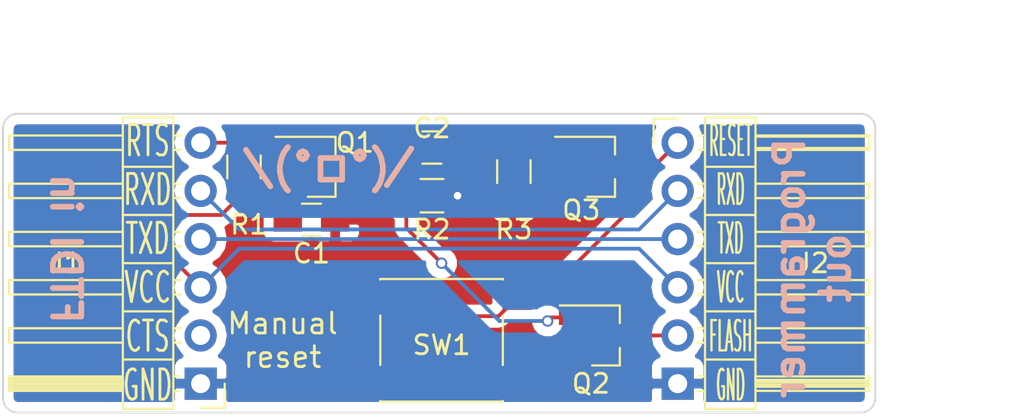
<source format=kicad_pcb>
(kicad_pcb (version 4) (host pcbnew 4.0.7-e2-6376~58~ubuntu14.04.1)

  (general
    (links 25)
    (no_connects 0)
    (area 168.351999 103.073999 214.426001 118.922001)
    (thickness 1.6)
    (drawings 16)
    (tracks 53)
    (zones 0)
    (modules 11)
    (nets 10)
  )

  (page A4)
  (layers
    (0 F.Cu signal)
    (31 B.Cu signal)
    (36 B.SilkS user)
    (37 F.SilkS user)
    (38 B.Mask user)
    (39 F.Mask user)
    (40 Dwgs.User user)
    (41 Cmts.User user)
    (44 Edge.Cuts user)
  )

  (setup
    (last_trace_width 0.2)
    (trace_clearance 0.2)
    (zone_clearance 0.508)
    (zone_45_only no)
    (trace_min 0.2)
    (segment_width 0.2)
    (edge_width 0.1)
    (via_size 0.6)
    (via_drill 0.4)
    (via_min_size 0.4)
    (via_min_drill 0.3)
    (uvia_size 0.3)
    (uvia_drill 0.1)
    (uvias_allowed no)
    (uvia_min_size 0.2)
    (uvia_min_drill 0.1)
    (pcb_text_width 0.3)
    (pcb_text_size 1.5 1.5)
    (mod_edge_width 0.15)
    (mod_text_size 1 1)
    (mod_text_width 0.15)
    (pad_size 1.5 1.5)
    (pad_drill 0.6)
    (pad_to_mask_clearance 0.0508)
    (aux_axis_origin 0 0)
    (visible_elements FFFEFF7F)
    (pcbplotparams
      (layerselection 0x00030_80000001)
      (usegerberextensions false)
      (excludeedgelayer true)
      (linewidth 0.100000)
      (plotframeref false)
      (viasonmask false)
      (mode 1)
      (useauxorigin false)
      (hpglpennumber 1)
      (hpglpenspeed 20)
      (hpglpendiameter 15)
      (hpglpenoverlay 2)
      (psnegative false)
      (psa4output false)
      (plotreference true)
      (plotvalue true)
      (plotinvisibletext false)
      (padsonsilk false)
      (subtractmaskfromsilk false)
      (outputformat 1)
      (mirror false)
      (drillshape 1)
      (scaleselection 1)
      (outputdirectory ""))
  )

  (net 0 "")
  (net 1 VCC)
  (net 2 GND)
  (net 3 "Net-(C2-Pad1)")
  (net 4 "Net-(C2-Pad2)")
  (net 5 "Net-(J1-Pad4)")
  (net 6 "Net-(J1-Pad5)")
  (net 7 "Net-(J1-Pad6)")
  (net 8 RESET)
  (net 9 FLASH)

  (net_class Default "This is the default net class."
    (clearance 0.2)
    (trace_width 0.2)
    (via_dia 0.6)
    (via_drill 0.4)
    (uvia_dia 0.3)
    (uvia_drill 0.1)
    (add_net FLASH)
    (add_net GND)
    (add_net "Net-(C2-Pad1)")
    (add_net "Net-(C2-Pad2)")
    (add_net "Net-(J1-Pad4)")
    (add_net "Net-(J1-Pad5)")
    (add_net "Net-(J1-Pad6)")
    (add_net RESET)
    (add_net VCC)
  )

  (module Pin_Headers:Pin_Header_Angled_1x06_Pitch2.54mm (layer F.Cu) (tedit 5AE8CBA3) (tstamp 5AE77C54)
    (at 203.962 104.648)
    (descr "Through hole angled pin header, 1x06, 2.54mm pitch, 6mm pin length, single row")
    (tags "Through hole angled pin header THT 1x06 2.54mm single row")
    (path /5ADCBD7E)
    (fp_text reference J2 (at 7.112 6.35) (layer F.SilkS)
      (effects (font (size 1 1) (thickness 0.15)))
    )
    (fp_text value "Programmer out" (at 4.385 14.97) (layer F.Fab)
      (effects (font (size 1 1) (thickness 0.15)))
    )
    (fp_line (start 2.135 -1.27) (end 4.04 -1.27) (layer F.Fab) (width 0.1))
    (fp_line (start 4.04 -1.27) (end 4.04 13.97) (layer F.Fab) (width 0.1))
    (fp_line (start 4.04 13.97) (end 1.5 13.97) (layer F.Fab) (width 0.1))
    (fp_line (start 1.5 13.97) (end 1.5 -0.635) (layer F.Fab) (width 0.1))
    (fp_line (start 1.5 -0.635) (end 2.135 -1.27) (layer F.Fab) (width 0.1))
    (fp_line (start -0.32 -0.32) (end 1.5 -0.32) (layer F.Fab) (width 0.1))
    (fp_line (start -0.32 -0.32) (end -0.32 0.32) (layer F.Fab) (width 0.1))
    (fp_line (start -0.32 0.32) (end 1.5 0.32) (layer F.Fab) (width 0.1))
    (fp_line (start 4.04 -0.32) (end 10.04 -0.32) (layer F.Fab) (width 0.1))
    (fp_line (start 10.04 -0.32) (end 10.04 0.32) (layer F.Fab) (width 0.1))
    (fp_line (start 4.04 0.32) (end 10.04 0.32) (layer F.Fab) (width 0.1))
    (fp_line (start -0.32 2.22) (end 1.5 2.22) (layer F.Fab) (width 0.1))
    (fp_line (start -0.32 2.22) (end -0.32 2.86) (layer F.Fab) (width 0.1))
    (fp_line (start -0.32 2.86) (end 1.5 2.86) (layer F.Fab) (width 0.1))
    (fp_line (start 4.04 2.22) (end 10.04 2.22) (layer F.Fab) (width 0.1))
    (fp_line (start 10.04 2.22) (end 10.04 2.86) (layer F.Fab) (width 0.1))
    (fp_line (start 4.04 2.86) (end 10.04 2.86) (layer F.Fab) (width 0.1))
    (fp_line (start -0.32 4.76) (end 1.5 4.76) (layer F.Fab) (width 0.1))
    (fp_line (start -0.32 4.76) (end -0.32 5.4) (layer F.Fab) (width 0.1))
    (fp_line (start -0.32 5.4) (end 1.5 5.4) (layer F.Fab) (width 0.1))
    (fp_line (start 4.04 4.76) (end 10.04 4.76) (layer F.Fab) (width 0.1))
    (fp_line (start 10.04 4.76) (end 10.04 5.4) (layer F.Fab) (width 0.1))
    (fp_line (start 4.04 5.4) (end 10.04 5.4) (layer F.Fab) (width 0.1))
    (fp_line (start -0.32 7.3) (end 1.5 7.3) (layer F.Fab) (width 0.1))
    (fp_line (start -0.32 7.3) (end -0.32 7.94) (layer F.Fab) (width 0.1))
    (fp_line (start -0.32 7.94) (end 1.5 7.94) (layer F.Fab) (width 0.1))
    (fp_line (start 4.04 7.3) (end 10.04 7.3) (layer F.Fab) (width 0.1))
    (fp_line (start 10.04 7.3) (end 10.04 7.94) (layer F.Fab) (width 0.1))
    (fp_line (start 4.04 7.94) (end 10.04 7.94) (layer F.Fab) (width 0.1))
    (fp_line (start -0.32 9.84) (end 1.5 9.84) (layer F.Fab) (width 0.1))
    (fp_line (start -0.32 9.84) (end -0.32 10.48) (layer F.Fab) (width 0.1))
    (fp_line (start -0.32 10.48) (end 1.5 10.48) (layer F.Fab) (width 0.1))
    (fp_line (start 4.04 9.84) (end 10.04 9.84) (layer F.Fab) (width 0.1))
    (fp_line (start 10.04 9.84) (end 10.04 10.48) (layer F.Fab) (width 0.1))
    (fp_line (start 4.04 10.48) (end 10.04 10.48) (layer F.Fab) (width 0.1))
    (fp_line (start -0.32 12.38) (end 1.5 12.38) (layer F.Fab) (width 0.1))
    (fp_line (start -0.32 12.38) (end -0.32 13.02) (layer F.Fab) (width 0.1))
    (fp_line (start -0.32 13.02) (end 1.5 13.02) (layer F.Fab) (width 0.1))
    (fp_line (start 4.04 12.38) (end 10.04 12.38) (layer F.Fab) (width 0.1))
    (fp_line (start 10.04 12.38) (end 10.04 13.02) (layer F.Fab) (width 0.1))
    (fp_line (start 4.04 13.02) (end 10.04 13.02) (layer F.Fab) (width 0.1))
    (fp_line (start 1.44 -1.33) (end 1.44 14.03) (layer F.SilkS) (width 0.12))
    (fp_line (start 1.44 14.03) (end 4.1 14.03) (layer F.SilkS) (width 0.12))
    (fp_line (start 4.1 14.03) (end 4.1 -1.33) (layer F.SilkS) (width 0.12))
    (fp_line (start 4.1 -1.33) (end 1.44 -1.33) (layer F.SilkS) (width 0.12))
    (fp_line (start 4.1 -0.38) (end 10.1 -0.38) (layer F.SilkS) (width 0.12))
    (fp_line (start 10.1 -0.38) (end 10.1 0.38) (layer F.SilkS) (width 0.12))
    (fp_line (start 10.1 0.38) (end 4.1 0.38) (layer F.SilkS) (width 0.12))
    (fp_line (start 4.1 -0.32) (end 10.1 -0.32) (layer F.SilkS) (width 0.12))
    (fp_line (start 4.1 12.5) (end 10.1 12.5) (layer F.SilkS) (width 0.12))
    (fp_line (start 4.1 12.62) (end 10.1 12.62) (layer F.SilkS) (width 0.12))
    (fp_line (start 4.1 12.74) (end 10.1 12.74) (layer F.SilkS) (width 0.12))
    (fp_line (start 4.1 12.86) (end 10.1 12.86) (layer F.SilkS) (width 0.12))
    (fp_line (start 4.1 0.28) (end 10.1 0.28) (layer F.SilkS) (width 0.12))
    (fp_line (start 1.11 -0.38) (end 1.44 -0.38) (layer F.SilkS) (width 0.12))
    (fp_line (start 1.11 0.38) (end 1.44 0.38) (layer F.SilkS) (width 0.12))
    (fp_line (start 1.44 1.27) (end 4.1 1.27) (layer F.SilkS) (width 0.12))
    (fp_line (start 4.1 2.16) (end 10.1 2.16) (layer F.SilkS) (width 0.12))
    (fp_line (start 10.1 2.16) (end 10.1 2.92) (layer F.SilkS) (width 0.12))
    (fp_line (start 10.1 2.92) (end 4.1 2.92) (layer F.SilkS) (width 0.12))
    (fp_line (start 1.042929 2.16) (end 1.44 2.16) (layer F.SilkS) (width 0.12))
    (fp_line (start 1.042929 2.92) (end 1.44 2.92) (layer F.SilkS) (width 0.12))
    (fp_line (start 1.44 3.81) (end 4.1 3.81) (layer F.SilkS) (width 0.12))
    (fp_line (start 4.1 4.7) (end 10.1 4.7) (layer F.SilkS) (width 0.12))
    (fp_line (start 10.1 4.7) (end 10.1 5.46) (layer F.SilkS) (width 0.12))
    (fp_line (start 10.1 5.46) (end 4.1 5.46) (layer F.SilkS) (width 0.12))
    (fp_line (start 1.042929 4.7) (end 1.44 4.7) (layer F.SilkS) (width 0.12))
    (fp_line (start 1.042929 5.46) (end 1.44 5.46) (layer F.SilkS) (width 0.12))
    (fp_line (start 1.44 6.35) (end 4.1 6.35) (layer F.SilkS) (width 0.12))
    (fp_line (start 4.1 7.24) (end 10.1 7.24) (layer F.SilkS) (width 0.12))
    (fp_line (start 10.1 7.24) (end 10.1 8) (layer F.SilkS) (width 0.12))
    (fp_line (start 10.1 8) (end 4.1 8) (layer F.SilkS) (width 0.12))
    (fp_line (start 1.042929 7.24) (end 1.44 7.24) (layer F.SilkS) (width 0.12))
    (fp_line (start 1.042929 8) (end 1.44 8) (layer F.SilkS) (width 0.12))
    (fp_line (start 1.44 8.89) (end 4.1 8.89) (layer F.SilkS) (width 0.12))
    (fp_line (start 4.1 9.78) (end 10.1 9.78) (layer F.SilkS) (width 0.12))
    (fp_line (start 10.1 9.78) (end 10.1 10.54) (layer F.SilkS) (width 0.12))
    (fp_line (start 10.1 10.54) (end 4.1 10.54) (layer F.SilkS) (width 0.12))
    (fp_line (start 1.042929 9.78) (end 1.44 9.78) (layer F.SilkS) (width 0.12))
    (fp_line (start 1.042929 10.54) (end 1.44 10.54) (layer F.SilkS) (width 0.12))
    (fp_line (start 1.44 11.43) (end 4.1 11.43) (layer F.SilkS) (width 0.12))
    (fp_line (start 4.1 12.32) (end 10.1 12.32) (layer F.SilkS) (width 0.12))
    (fp_line (start 10.1 12.32) (end 10.1 13.08) (layer F.SilkS) (width 0.12))
    (fp_line (start 10.1 13.08) (end 4.1 13.08) (layer F.SilkS) (width 0.12))
    (fp_line (start 1.042929 12.32) (end 1.44 12.32) (layer F.SilkS) (width 0.12))
    (fp_line (start 1.042929 13.08) (end 1.44 13.08) (layer F.SilkS) (width 0.12))
    (fp_line (start -1.27 0) (end -1.27 -1.27) (layer F.SilkS) (width 0.12))
    (fp_line (start -1.27 -1.27) (end 0 -1.27) (layer F.SilkS) (width 0.12))
    (fp_line (start -1.8 -1.8) (end -1.8 14.5) (layer F.CrtYd) (width 0.05))
    (fp_line (start -1.8 14.5) (end 10.55 14.5) (layer F.CrtYd) (width 0.05))
    (fp_line (start 10.55 14.5) (end 10.55 -1.8) (layer F.CrtYd) (width 0.05))
    (fp_line (start 10.55 -1.8) (end -1.8 -1.8) (layer F.CrtYd) (width 0.05))
    (fp_text user %R (at 2.77 6.35 90) (layer F.Fab)
      (effects (font (size 1 1) (thickness 0.15)))
    )
    (pad 1 thru_hole circle (at 0 0) (size 1.7 1.7) (drill 1) (layers *.Cu *.Mask)
      (net 8 RESET))
    (pad 2 thru_hole oval (at 0 2.54) (size 1.7 1.7) (drill 1) (layers *.Cu *.Mask)
      (net 6 "Net-(J1-Pad5)"))
    (pad 3 thru_hole oval (at 0 5.08) (size 1.7 1.7) (drill 1) (layers *.Cu *.Mask)
      (net 5 "Net-(J1-Pad4)"))
    (pad 4 thru_hole oval (at 0 7.62) (size 1.7 1.7) (drill 1) (layers *.Cu *.Mask)
      (net 1 VCC))
    (pad 5 thru_hole oval (at 0 10.16) (size 1.7 1.7) (drill 1) (layers *.Cu *.Mask)
      (net 9 FLASH))
    (pad 6 thru_hole rect (at 0 12.7) (size 1.7 1.7) (drill 1) (layers *.Cu *.Mask)
      (net 2 GND))
    (model ${KISYS3DMOD}/Pin_Headers.3dshapes/Pin_Header_Angled_1x06_Pitch2.54mm.wrl
      (at (xyz 0 0 0))
      (scale (xyz 1 1 1))
      (rotate (xyz 0 0 0))
    )
  )

  (module Capacitors_SMD:C_0805_HandSoldering (layer F.Cu) (tedit 5AE8C89A) (tstamp 5AE77C3A)
    (at 184.658 108.712)
    (descr "Capacitor SMD 0805, hand soldering")
    (tags "capacitor 0805")
    (path /5ADCB495)
    (attr smd)
    (fp_text reference C1 (at 0 1.778) (layer F.SilkS)
      (effects (font (size 1 1) (thickness 0.15)))
    )
    (fp_text value 100nF (at 0 1.75) (layer F.Fab)
      (effects (font (size 1 1) (thickness 0.15)))
    )
    (fp_text user %R (at 0 -1.75) (layer F.Fab)
      (effects (font (size 1 1) (thickness 0.15)))
    )
    (fp_line (start -1 0.62) (end -1 -0.62) (layer F.Fab) (width 0.1))
    (fp_line (start 1 0.62) (end -1 0.62) (layer F.Fab) (width 0.1))
    (fp_line (start 1 -0.62) (end 1 0.62) (layer F.Fab) (width 0.1))
    (fp_line (start -1 -0.62) (end 1 -0.62) (layer F.Fab) (width 0.1))
    (fp_line (start 0.5 -0.85) (end -0.5 -0.85) (layer F.SilkS) (width 0.12))
    (fp_line (start -0.5 0.85) (end 0.5 0.85) (layer F.SilkS) (width 0.12))
    (fp_line (start -2.25 -0.88) (end 2.25 -0.88) (layer F.CrtYd) (width 0.05))
    (fp_line (start -2.25 -0.88) (end -2.25 0.87) (layer F.CrtYd) (width 0.05))
    (fp_line (start 2.25 0.87) (end 2.25 -0.88) (layer F.CrtYd) (width 0.05))
    (fp_line (start 2.25 0.87) (end -2.25 0.87) (layer F.CrtYd) (width 0.05))
    (pad 1 smd rect (at -1.25 0) (size 1.5 1.25) (layers F.Cu F.Mask)
      (net 1 VCC))
    (pad 2 smd rect (at 1.25 0) (size 1.5 1.25) (layers F.Cu F.Mask)
      (net 2 GND))
    (model Capacitors_SMD.3dshapes/C_0805.wrl
      (at (xyz 0 0 0))
      (scale (xyz 1 1 1))
      (rotate (xyz 0 0 0))
    )
  )

  (module Capacitors_SMD:C_0805_HandSoldering (layer F.Cu) (tedit 5AE8C8BC) (tstamp 5AE77C40)
    (at 191.008 104.902 180)
    (descr "Capacitor SMD 0805, hand soldering")
    (tags "capacitor 0805")
    (path /5ADCB6DA)
    (attr smd)
    (fp_text reference C2 (at 0 1.016 180) (layer F.SilkS)
      (effects (font (size 1 1) (thickness 0.15)))
    )
    (fp_text value 100nF (at 0 1.75 180) (layer F.Fab)
      (effects (font (size 1 1) (thickness 0.15)))
    )
    (fp_text user %R (at 0 -1.75 180) (layer F.Fab)
      (effects (font (size 1 1) (thickness 0.15)))
    )
    (fp_line (start -1 0.62) (end -1 -0.62) (layer F.Fab) (width 0.1))
    (fp_line (start 1 0.62) (end -1 0.62) (layer F.Fab) (width 0.1))
    (fp_line (start 1 -0.62) (end 1 0.62) (layer F.Fab) (width 0.1))
    (fp_line (start -1 -0.62) (end 1 -0.62) (layer F.Fab) (width 0.1))
    (fp_line (start 0.5 -0.85) (end -0.5 -0.85) (layer F.SilkS) (width 0.12))
    (fp_line (start -0.5 0.85) (end 0.5 0.85) (layer F.SilkS) (width 0.12))
    (fp_line (start -2.25 -0.88) (end 2.25 -0.88) (layer F.CrtYd) (width 0.05))
    (fp_line (start -2.25 -0.88) (end -2.25 0.87) (layer F.CrtYd) (width 0.05))
    (fp_line (start 2.25 0.87) (end 2.25 -0.88) (layer F.CrtYd) (width 0.05))
    (fp_line (start 2.25 0.87) (end -2.25 0.87) (layer F.CrtYd) (width 0.05))
    (pad 1 smd rect (at -1.25 0 180) (size 1.5 1.25) (layers F.Cu F.Mask)
      (net 3 "Net-(C2-Pad1)"))
    (pad 2 smd rect (at 1.25 0 180) (size 1.5 1.25) (layers F.Cu F.Mask)
      (net 4 "Net-(C2-Pad2)"))
    (model Capacitors_SMD.3dshapes/C_0805.wrl
      (at (xyz 0 0 0))
      (scale (xyz 1 1 1))
      (rotate (xyz 0 0 0))
    )
  )

  (module Pin_Headers:Pin_Header_Angled_1x06_Pitch2.54mm (layer F.Cu) (tedit 5AE8C82C) (tstamp 5AE77C4A)
    (at 178.816 117.348 180)
    (descr "Through hole angled pin header, 1x06, 2.54mm pitch, 6mm pin length, single row")
    (tags "Through hole angled pin header THT 1x06 2.54mm single row")
    (path /5ADCBB2C)
    (fp_text reference J1 (at 7.112 6.35 180) (layer F.SilkS)
      (effects (font (size 1 1) (thickness 0.15)))
    )
    (fp_text value "FTDI in" (at 4.385 14.97 180) (layer F.Fab)
      (effects (font (size 1 1) (thickness 0.15)))
    )
    (fp_line (start 2.135 -1.27) (end 4.04 -1.27) (layer F.Fab) (width 0.1))
    (fp_line (start 4.04 -1.27) (end 4.04 13.97) (layer F.Fab) (width 0.1))
    (fp_line (start 4.04 13.97) (end 1.5 13.97) (layer F.Fab) (width 0.1))
    (fp_line (start 1.5 13.97) (end 1.5 -0.635) (layer F.Fab) (width 0.1))
    (fp_line (start 1.5 -0.635) (end 2.135 -1.27) (layer F.Fab) (width 0.1))
    (fp_line (start -0.32 -0.32) (end 1.5 -0.32) (layer F.Fab) (width 0.1))
    (fp_line (start -0.32 -0.32) (end -0.32 0.32) (layer F.Fab) (width 0.1))
    (fp_line (start -0.32 0.32) (end 1.5 0.32) (layer F.Fab) (width 0.1))
    (fp_line (start 4.04 -0.32) (end 10.04 -0.32) (layer F.Fab) (width 0.1))
    (fp_line (start 10.04 -0.32) (end 10.04 0.32) (layer F.Fab) (width 0.1))
    (fp_line (start 4.04 0.32) (end 10.04 0.32) (layer F.Fab) (width 0.1))
    (fp_line (start -0.32 2.22) (end 1.5 2.22) (layer F.Fab) (width 0.1))
    (fp_line (start -0.32 2.22) (end -0.32 2.86) (layer F.Fab) (width 0.1))
    (fp_line (start -0.32 2.86) (end 1.5 2.86) (layer F.Fab) (width 0.1))
    (fp_line (start 4.04 2.22) (end 10.04 2.22) (layer F.Fab) (width 0.1))
    (fp_line (start 10.04 2.22) (end 10.04 2.86) (layer F.Fab) (width 0.1))
    (fp_line (start 4.04 2.86) (end 10.04 2.86) (layer F.Fab) (width 0.1))
    (fp_line (start -0.32 4.76) (end 1.5 4.76) (layer F.Fab) (width 0.1))
    (fp_line (start -0.32 4.76) (end -0.32 5.4) (layer F.Fab) (width 0.1))
    (fp_line (start -0.32 5.4) (end 1.5 5.4) (layer F.Fab) (width 0.1))
    (fp_line (start 4.04 4.76) (end 10.04 4.76) (layer F.Fab) (width 0.1))
    (fp_line (start 10.04 4.76) (end 10.04 5.4) (layer F.Fab) (width 0.1))
    (fp_line (start 4.04 5.4) (end 10.04 5.4) (layer F.Fab) (width 0.1))
    (fp_line (start -0.32 7.3) (end 1.5 7.3) (layer F.Fab) (width 0.1))
    (fp_line (start -0.32 7.3) (end -0.32 7.94) (layer F.Fab) (width 0.1))
    (fp_line (start -0.32 7.94) (end 1.5 7.94) (layer F.Fab) (width 0.1))
    (fp_line (start 4.04 7.3) (end 10.04 7.3) (layer F.Fab) (width 0.1))
    (fp_line (start 10.04 7.3) (end 10.04 7.94) (layer F.Fab) (width 0.1))
    (fp_line (start 4.04 7.94) (end 10.04 7.94) (layer F.Fab) (width 0.1))
    (fp_line (start -0.32 9.84) (end 1.5 9.84) (layer F.Fab) (width 0.1))
    (fp_line (start -0.32 9.84) (end -0.32 10.48) (layer F.Fab) (width 0.1))
    (fp_line (start -0.32 10.48) (end 1.5 10.48) (layer F.Fab) (width 0.1))
    (fp_line (start 4.04 9.84) (end 10.04 9.84) (layer F.Fab) (width 0.1))
    (fp_line (start 10.04 9.84) (end 10.04 10.48) (layer F.Fab) (width 0.1))
    (fp_line (start 4.04 10.48) (end 10.04 10.48) (layer F.Fab) (width 0.1))
    (fp_line (start -0.32 12.38) (end 1.5 12.38) (layer F.Fab) (width 0.1))
    (fp_line (start -0.32 12.38) (end -0.32 13.02) (layer F.Fab) (width 0.1))
    (fp_line (start -0.32 13.02) (end 1.5 13.02) (layer F.Fab) (width 0.1))
    (fp_line (start 4.04 12.38) (end 10.04 12.38) (layer F.Fab) (width 0.1))
    (fp_line (start 10.04 12.38) (end 10.04 13.02) (layer F.Fab) (width 0.1))
    (fp_line (start 4.04 13.02) (end 10.04 13.02) (layer F.Fab) (width 0.1))
    (fp_line (start 1.44 -1.33) (end 1.44 14.03) (layer F.SilkS) (width 0.12))
    (fp_line (start 1.44 14.03) (end 4.1 14.03) (layer F.SilkS) (width 0.12))
    (fp_line (start 4.1 14.03) (end 4.1 -1.33) (layer F.SilkS) (width 0.12))
    (fp_line (start 4.1 -1.33) (end 1.44 -1.33) (layer F.SilkS) (width 0.12))
    (fp_line (start 4.1 -0.38) (end 10.1 -0.38) (layer F.SilkS) (width 0.12))
    (fp_line (start 10.1 -0.38) (end 10.1 0.38) (layer F.SilkS) (width 0.12))
    (fp_line (start 10.1 0.38) (end 4.1 0.38) (layer F.SilkS) (width 0.12))
    (fp_line (start 4.1 -0.32) (end 10.1 -0.32) (layer F.SilkS) (width 0.12))
    (fp_line (start 4.1 -0.2) (end 10.1 -0.2) (layer F.SilkS) (width 0.12))
    (fp_line (start 4.1 -0.08) (end 10.1 -0.08) (layer F.SilkS) (width 0.12))
    (fp_line (start 4.1 0.04) (end 10.1 0.04) (layer F.SilkS) (width 0.12))
    (fp_line (start 4.1 0.16) (end 10.1 0.16) (layer F.SilkS) (width 0.12))
    (fp_line (start 4.1 0.28) (end 10.1 0.28) (layer F.SilkS) (width 0.12))
    (fp_line (start 1.11 -0.38) (end 1.44 -0.38) (layer F.SilkS) (width 0.12))
    (fp_line (start 1.11 0.38) (end 1.44 0.38) (layer F.SilkS) (width 0.12))
    (fp_line (start 1.44 1.27) (end 4.1 1.27) (layer F.SilkS) (width 0.12))
    (fp_line (start 4.1 2.16) (end 10.1 2.16) (layer F.SilkS) (width 0.12))
    (fp_line (start 10.1 2.16) (end 10.1 2.92) (layer F.SilkS) (width 0.12))
    (fp_line (start 10.1 2.92) (end 4.1 2.92) (layer F.SilkS) (width 0.12))
    (fp_line (start 1.042929 2.16) (end 1.44 2.16) (layer F.SilkS) (width 0.12))
    (fp_line (start 1.042929 2.92) (end 1.44 2.92) (layer F.SilkS) (width 0.12))
    (fp_line (start 1.44 3.81) (end 4.1 3.81) (layer F.SilkS) (width 0.12))
    (fp_line (start 4.1 4.7) (end 10.1 4.7) (layer F.SilkS) (width 0.12))
    (fp_line (start 10.1 4.7) (end 10.1 5.46) (layer F.SilkS) (width 0.12))
    (fp_line (start 10.1 5.46) (end 4.1 5.46) (layer F.SilkS) (width 0.12))
    (fp_line (start 1.042929 4.7) (end 1.44 4.7) (layer F.SilkS) (width 0.12))
    (fp_line (start 1.042929 5.46) (end 1.44 5.46) (layer F.SilkS) (width 0.12))
    (fp_line (start 1.44 6.35) (end 4.1 6.35) (layer F.SilkS) (width 0.12))
    (fp_line (start 4.1 7.24) (end 10.1 7.24) (layer F.SilkS) (width 0.12))
    (fp_line (start 10.1 7.24) (end 10.1 8) (layer F.SilkS) (width 0.12))
    (fp_line (start 10.1 8) (end 4.1 8) (layer F.SilkS) (width 0.12))
    (fp_line (start 1.042929 7.24) (end 1.44 7.24) (layer F.SilkS) (width 0.12))
    (fp_line (start 1.042929 8) (end 1.44 8) (layer F.SilkS) (width 0.12))
    (fp_line (start 1.44 8.89) (end 4.1 8.89) (layer F.SilkS) (width 0.12))
    (fp_line (start 4.1 9.78) (end 10.1 9.78) (layer F.SilkS) (width 0.12))
    (fp_line (start 10.1 9.78) (end 10.1 10.54) (layer F.SilkS) (width 0.12))
    (fp_line (start 10.1 10.54) (end 4.1 10.54) (layer F.SilkS) (width 0.12))
    (fp_line (start 1.042929 9.78) (end 1.44 9.78) (layer F.SilkS) (width 0.12))
    (fp_line (start 1.042929 10.54) (end 1.44 10.54) (layer F.SilkS) (width 0.12))
    (fp_line (start 1.44 11.43) (end 4.1 11.43) (layer F.SilkS) (width 0.12))
    (fp_line (start 4.1 12.32) (end 10.1 12.32) (layer F.SilkS) (width 0.12))
    (fp_line (start 10.1 12.32) (end 10.1 13.08) (layer F.SilkS) (width 0.12))
    (fp_line (start 10.1 13.08) (end 4.1 13.08) (layer F.SilkS) (width 0.12))
    (fp_line (start 1.042929 12.32) (end 1.44 12.32) (layer F.SilkS) (width 0.12))
    (fp_line (start 1.042929 13.08) (end 1.44 13.08) (layer F.SilkS) (width 0.12))
    (fp_line (start -1.27 0) (end -1.27 -1.27) (layer F.SilkS) (width 0.12))
    (fp_line (start -1.27 -1.27) (end 0 -1.27) (layer F.SilkS) (width 0.12))
    (fp_line (start -1.8 -1.8) (end -1.8 14.5) (layer F.CrtYd) (width 0.05))
    (fp_line (start -1.8 14.5) (end 10.55 14.5) (layer F.CrtYd) (width 0.05))
    (fp_line (start 10.55 14.5) (end 10.55 -1.8) (layer F.CrtYd) (width 0.05))
    (fp_line (start 10.55 -1.8) (end -1.8 -1.8) (layer F.CrtYd) (width 0.05))
    (fp_text user %R (at 2.77 6.35 270) (layer F.Fab)
      (effects (font (size 1 1) (thickness 0.15)))
    )
    (pad 1 thru_hole rect (at 0 0 180) (size 1.7 1.7) (drill 1) (layers *.Cu *.Mask)
      (net 2 GND))
    (pad 2 thru_hole oval (at 0 2.54 180) (size 1.7 1.7) (drill 1) (layers *.Cu *.Mask))
    (pad 3 thru_hole oval (at 0 5.08 180) (size 1.7 1.7) (drill 1) (layers *.Cu *.Mask)
      (net 1 VCC))
    (pad 4 thru_hole oval (at 0 7.62 180) (size 1.7 1.7) (drill 1) (layers *.Cu *.Mask)
      (net 5 "Net-(J1-Pad4)"))
    (pad 5 thru_hole oval (at 0 10.16 180) (size 1.7 1.7) (drill 1) (layers *.Cu *.Mask)
      (net 6 "Net-(J1-Pad5)"))
    (pad 6 thru_hole oval (at 0 12.7 180) (size 1.7 1.7) (drill 1) (layers *.Cu *.Mask)
      (net 7 "Net-(J1-Pad6)"))
    (model ${KISYS3DMOD}/Pin_Headers.3dshapes/Pin_Header_Angled_1x06_Pitch2.54mm.wrl
      (at (xyz 0 0 0))
      (scale (xyz 1 1 1))
      (rotate (xyz 0 0 0))
    )
  )

  (module TO_SOT_Packages_SMD:SOT-23_Handsoldering (layer F.Cu) (tedit 5AE8C8B3) (tstamp 5AE77C5B)
    (at 185.166 105.918)
    (descr "SOT-23, Handsoldering")
    (tags SOT-23)
    (path /5ADCB32A)
    (attr smd)
    (fp_text reference Q1 (at 1.778 -1.27) (layer F.SilkS)
      (effects (font (size 1 1) (thickness 0.15)))
    )
    (fp_text value BSS84 (at 0 2.5) (layer F.Fab)
      (effects (font (size 1 1) (thickness 0.15)))
    )
    (fp_text user %R (at 0 0 90) (layer F.Fab)
      (effects (font (size 0.5 0.5) (thickness 0.075)))
    )
    (fp_line (start 0.76 1.58) (end 0.76 0.65) (layer F.SilkS) (width 0.12))
    (fp_line (start 0.76 -1.58) (end 0.76 -0.65) (layer F.SilkS) (width 0.12))
    (fp_line (start -2.7 -1.75) (end 2.7 -1.75) (layer F.CrtYd) (width 0.05))
    (fp_line (start 2.7 -1.75) (end 2.7 1.75) (layer F.CrtYd) (width 0.05))
    (fp_line (start 2.7 1.75) (end -2.7 1.75) (layer F.CrtYd) (width 0.05))
    (fp_line (start -2.7 1.75) (end -2.7 -1.75) (layer F.CrtYd) (width 0.05))
    (fp_line (start 0.76 -1.58) (end -2.4 -1.58) (layer F.SilkS) (width 0.12))
    (fp_line (start -0.7 -0.95) (end -0.7 1.5) (layer F.Fab) (width 0.1))
    (fp_line (start -0.15 -1.52) (end 0.7 -1.52) (layer F.Fab) (width 0.1))
    (fp_line (start -0.7 -0.95) (end -0.15 -1.52) (layer F.Fab) (width 0.1))
    (fp_line (start 0.7 -1.52) (end 0.7 1.52) (layer F.Fab) (width 0.1))
    (fp_line (start -0.7 1.52) (end 0.7 1.52) (layer F.Fab) (width 0.1))
    (fp_line (start 0.76 1.58) (end -0.7 1.58) (layer F.SilkS) (width 0.12))
    (pad 1 smd rect (at -1.5 -0.95) (size 1.9 0.8) (layers F.Cu F.Mask)
      (net 7 "Net-(J1-Pad6)"))
    (pad 2 smd rect (at -1.5 0.95) (size 1.9 0.8) (layers F.Cu F.Mask)
      (net 1 VCC))
    (pad 3 smd rect (at 1.5 0) (size 1.9 0.8) (layers F.Cu F.Mask)
      (net 4 "Net-(C2-Pad2)"))
    (model ${KISYS3DMOD}/TO_SOT_Packages_SMD.3dshapes\SOT-23.wrl
      (at (xyz 0 0 0))
      (scale (xyz 1 1 1))
      (rotate (xyz 0 0 0))
    )
  )

  (module TO_SOT_Packages_SMD:SOT-23_Handsoldering (layer F.Cu) (tedit 5AE8C853) (tstamp 5AE77C62)
    (at 200.152 114.808)
    (descr "SOT-23, Handsoldering")
    (tags SOT-23)
    (path /5ADCB372)
    (attr smd)
    (fp_text reference Q2 (at -0.762 2.54) (layer F.SilkS)
      (effects (font (size 1 1) (thickness 0.15)))
    )
    (fp_text value 2N7002 (at 0 2.5) (layer F.Fab)
      (effects (font (size 1 1) (thickness 0.15)))
    )
    (fp_text user %R (at 0 0 90) (layer F.Fab)
      (effects (font (size 0.5 0.5) (thickness 0.075)))
    )
    (fp_line (start 0.76 1.58) (end 0.76 0.65) (layer F.SilkS) (width 0.12))
    (fp_line (start 0.76 -1.58) (end 0.76 -0.65) (layer F.SilkS) (width 0.12))
    (fp_line (start -2.7 -1.75) (end 2.7 -1.75) (layer F.CrtYd) (width 0.05))
    (fp_line (start 2.7 -1.75) (end 2.7 1.75) (layer F.CrtYd) (width 0.05))
    (fp_line (start 2.7 1.75) (end -2.7 1.75) (layer F.CrtYd) (width 0.05))
    (fp_line (start -2.7 1.75) (end -2.7 -1.75) (layer F.CrtYd) (width 0.05))
    (fp_line (start 0.76 -1.58) (end -2.4 -1.58) (layer F.SilkS) (width 0.12))
    (fp_line (start -0.7 -0.95) (end -0.7 1.5) (layer F.Fab) (width 0.1))
    (fp_line (start -0.15 -1.52) (end 0.7 -1.52) (layer F.Fab) (width 0.1))
    (fp_line (start -0.7 -0.95) (end -0.15 -1.52) (layer F.Fab) (width 0.1))
    (fp_line (start 0.7 -1.52) (end 0.7 1.52) (layer F.Fab) (width 0.1))
    (fp_line (start -0.7 1.52) (end 0.7 1.52) (layer F.Fab) (width 0.1))
    (fp_line (start 0.76 1.58) (end -0.7 1.58) (layer F.SilkS) (width 0.12))
    (pad 1 smd rect (at -1.5 -0.95) (size 1.9 0.8) (layers F.Cu F.Mask)
      (net 4 "Net-(C2-Pad2)"))
    (pad 2 smd rect (at -1.5 0.95) (size 1.9 0.8) (layers F.Cu F.Mask)
      (net 2 GND))
    (pad 3 smd rect (at 1.5 0) (size 1.9 0.8) (layers F.Cu F.Mask)
      (net 9 FLASH))
    (model ${KISYS3DMOD}/TO_SOT_Packages_SMD.3dshapes\SOT-23.wrl
      (at (xyz 0 0 0))
      (scale (xyz 1 1 1))
      (rotate (xyz 0 0 0))
    )
  )

  (module TO_SOT_Packages_SMD:SOT-23_Handsoldering (layer F.Cu) (tedit 5AE8C85B) (tstamp 5AE77C69)
    (at 199.898 105.918)
    (descr "SOT-23, Handsoldering")
    (tags SOT-23)
    (path /5ADCB3C3)
    (attr smd)
    (fp_text reference Q3 (at -1.016 2.286) (layer F.SilkS)
      (effects (font (size 1 1) (thickness 0.15)))
    )
    (fp_text value 2N7002 (at 0 2.5) (layer F.Fab)
      (effects (font (size 1 1) (thickness 0.15)))
    )
    (fp_text user %R (at 0 0 90) (layer F.Fab)
      (effects (font (size 0.5 0.5) (thickness 0.075)))
    )
    (fp_line (start 0.76 1.58) (end 0.76 0.65) (layer F.SilkS) (width 0.12))
    (fp_line (start 0.76 -1.58) (end 0.76 -0.65) (layer F.SilkS) (width 0.12))
    (fp_line (start -2.7 -1.75) (end 2.7 -1.75) (layer F.CrtYd) (width 0.05))
    (fp_line (start 2.7 -1.75) (end 2.7 1.75) (layer F.CrtYd) (width 0.05))
    (fp_line (start 2.7 1.75) (end -2.7 1.75) (layer F.CrtYd) (width 0.05))
    (fp_line (start -2.7 1.75) (end -2.7 -1.75) (layer F.CrtYd) (width 0.05))
    (fp_line (start 0.76 -1.58) (end -2.4 -1.58) (layer F.SilkS) (width 0.12))
    (fp_line (start -0.7 -0.95) (end -0.7 1.5) (layer F.Fab) (width 0.1))
    (fp_line (start -0.15 -1.52) (end 0.7 -1.52) (layer F.Fab) (width 0.1))
    (fp_line (start -0.7 -0.95) (end -0.15 -1.52) (layer F.Fab) (width 0.1))
    (fp_line (start 0.7 -1.52) (end 0.7 1.52) (layer F.Fab) (width 0.1))
    (fp_line (start -0.7 1.52) (end 0.7 1.52) (layer F.Fab) (width 0.1))
    (fp_line (start 0.76 1.58) (end -0.7 1.58) (layer F.SilkS) (width 0.12))
    (pad 1 smd rect (at -1.5 -0.95) (size 1.9 0.8) (layers F.Cu F.Mask)
      (net 3 "Net-(C2-Pad1)"))
    (pad 2 smd rect (at -1.5 0.95) (size 1.9 0.8) (layers F.Cu F.Mask)
      (net 2 GND))
    (pad 3 smd rect (at 1.5 0) (size 1.9 0.8) (layers F.Cu F.Mask)
      (net 8 RESET))
    (model ${KISYS3DMOD}/TO_SOT_Packages_SMD.3dshapes\SOT-23.wrl
      (at (xyz 0 0 0))
      (scale (xyz 1 1 1))
      (rotate (xyz 0 0 0))
    )
  )

  (module Resistors_SMD:R_0805_HandSoldering (layer F.Cu) (tedit 5AE8C8C8) (tstamp 5AE77C6F)
    (at 181.102 105.918 90)
    (descr "Resistor SMD 0805, hand soldering")
    (tags "resistor 0805")
    (path /5ADCB574)
    (attr smd)
    (fp_text reference R1 (at -3.048 0.254 180) (layer F.SilkS)
      (effects (font (size 1 1) (thickness 0.15)))
    )
    (fp_text value 100k (at 0 1.75 90) (layer F.Fab)
      (effects (font (size 1 1) (thickness 0.15)))
    )
    (fp_text user %R (at 0 0 90) (layer F.Fab)
      (effects (font (size 0.5 0.5) (thickness 0.075)))
    )
    (fp_line (start -1 0.62) (end -1 -0.62) (layer F.Fab) (width 0.1))
    (fp_line (start 1 0.62) (end -1 0.62) (layer F.Fab) (width 0.1))
    (fp_line (start 1 -0.62) (end 1 0.62) (layer F.Fab) (width 0.1))
    (fp_line (start -1 -0.62) (end 1 -0.62) (layer F.Fab) (width 0.1))
    (fp_line (start 0.6 0.88) (end -0.6 0.88) (layer F.SilkS) (width 0.12))
    (fp_line (start -0.6 -0.88) (end 0.6 -0.88) (layer F.SilkS) (width 0.12))
    (fp_line (start -2.35 -0.9) (end 2.35 -0.9) (layer F.CrtYd) (width 0.05))
    (fp_line (start -2.35 -0.9) (end -2.35 0.9) (layer F.CrtYd) (width 0.05))
    (fp_line (start 2.35 0.9) (end 2.35 -0.9) (layer F.CrtYd) (width 0.05))
    (fp_line (start 2.35 0.9) (end -2.35 0.9) (layer F.CrtYd) (width 0.05))
    (pad 1 smd rect (at -1.35 0 90) (size 1.5 1.3) (layers F.Cu F.Mask)
      (net 1 VCC))
    (pad 2 smd rect (at 1.35 0 90) (size 1.5 1.3) (layers F.Cu F.Mask)
      (net 7 "Net-(J1-Pad6)"))
    (model ${KISYS3DMOD}/Resistors_SMD.3dshapes/R_0805.wrl
      (at (xyz 0 0 0))
      (scale (xyz 1 1 1))
      (rotate (xyz 0 0 0))
    )
  )

  (module Resistors_SMD:R_0805_HandSoldering (layer F.Cu) (tedit 5AE8C88A) (tstamp 5AE77C75)
    (at 191.008 107.442)
    (descr "Resistor SMD 0805, hand soldering")
    (tags "resistor 0805")
    (path /5ADCB5FF)
    (attr smd)
    (fp_text reference R2 (at 0 1.778) (layer F.SilkS)
      (effects (font (size 1 1) (thickness 0.15)))
    )
    (fp_text value 100k (at 0 1.75) (layer F.Fab)
      (effects (font (size 1 1) (thickness 0.15)))
    )
    (fp_text user %R (at 0 0) (layer F.Fab)
      (effects (font (size 0.5 0.5) (thickness 0.075)))
    )
    (fp_line (start -1 0.62) (end -1 -0.62) (layer F.Fab) (width 0.1))
    (fp_line (start 1 0.62) (end -1 0.62) (layer F.Fab) (width 0.1))
    (fp_line (start 1 -0.62) (end 1 0.62) (layer F.Fab) (width 0.1))
    (fp_line (start -1 -0.62) (end 1 -0.62) (layer F.Fab) (width 0.1))
    (fp_line (start 0.6 0.88) (end -0.6 0.88) (layer F.SilkS) (width 0.12))
    (fp_line (start -0.6 -0.88) (end 0.6 -0.88) (layer F.SilkS) (width 0.12))
    (fp_line (start -2.35 -0.9) (end 2.35 -0.9) (layer F.CrtYd) (width 0.05))
    (fp_line (start -2.35 -0.9) (end -2.35 0.9) (layer F.CrtYd) (width 0.05))
    (fp_line (start 2.35 0.9) (end 2.35 -0.9) (layer F.CrtYd) (width 0.05))
    (fp_line (start 2.35 0.9) (end -2.35 0.9) (layer F.CrtYd) (width 0.05))
    (pad 1 smd rect (at -1.35 0) (size 1.5 1.3) (layers F.Cu F.Mask)
      (net 4 "Net-(C2-Pad2)"))
    (pad 2 smd rect (at 1.35 0) (size 1.5 1.3) (layers F.Cu F.Mask)
      (net 2 GND))
    (model ${KISYS3DMOD}/Resistors_SMD.3dshapes/R_0805.wrl
      (at (xyz 0 0 0))
      (scale (xyz 1 1 1))
      (rotate (xyz 0 0 0))
    )
  )

  (module Resistors_SMD:R_0805_HandSoldering (layer F.Cu) (tedit 5AE8C866) (tstamp 5AE77C7B)
    (at 195.326 106.172 270)
    (descr "Resistor SMD 0805, hand soldering")
    (tags "resistor 0805")
    (path /5ADCB675)
    (attr smd)
    (fp_text reference R3 (at 3.048 0 360) (layer F.SilkS)
      (effects (font (size 1 1) (thickness 0.15)))
    )
    (fp_text value 100k (at 0 1.75 270) (layer F.Fab)
      (effects (font (size 1 1) (thickness 0.15)))
    )
    (fp_text user %R (at 0 0 270) (layer F.Fab)
      (effects (font (size 0.5 0.5) (thickness 0.075)))
    )
    (fp_line (start -1 0.62) (end -1 -0.62) (layer F.Fab) (width 0.1))
    (fp_line (start 1 0.62) (end -1 0.62) (layer F.Fab) (width 0.1))
    (fp_line (start 1 -0.62) (end 1 0.62) (layer F.Fab) (width 0.1))
    (fp_line (start -1 -0.62) (end 1 -0.62) (layer F.Fab) (width 0.1))
    (fp_line (start 0.6 0.88) (end -0.6 0.88) (layer F.SilkS) (width 0.12))
    (fp_line (start -0.6 -0.88) (end 0.6 -0.88) (layer F.SilkS) (width 0.12))
    (fp_line (start -2.35 -0.9) (end 2.35 -0.9) (layer F.CrtYd) (width 0.05))
    (fp_line (start -2.35 -0.9) (end -2.35 0.9) (layer F.CrtYd) (width 0.05))
    (fp_line (start 2.35 0.9) (end 2.35 -0.9) (layer F.CrtYd) (width 0.05))
    (fp_line (start 2.35 0.9) (end -2.35 0.9) (layer F.CrtYd) (width 0.05))
    (pad 1 smd rect (at -1.35 0 270) (size 1.5 1.3) (layers F.Cu F.Mask)
      (net 3 "Net-(C2-Pad1)"))
    (pad 2 smd rect (at 1.35 0 270) (size 1.5 1.3) (layers F.Cu F.Mask)
      (net 2 GND))
    (model ${KISYS3DMOD}/Resistors_SMD.3dshapes/R_0805.wrl
      (at (xyz 0 0 0))
      (scale (xyz 1 1 1))
      (rotate (xyz 0 0 0))
    )
  )

  (module Buttons_Switches_SMD:SW_SPST_PTS645 (layer F.Cu) (tedit 5AE8C843) (tstamp 5AE77C83)
    (at 191.516 115.062)
    (descr "C&K Components SPST SMD PTS645 Series 6mm Tact Switch")
    (tags "SPST Button Switch")
    (path /5AE61CF5)
    (attr smd)
    (fp_text reference SW1 (at 0 0.254) (layer F.SilkS)
      (effects (font (size 1 1) (thickness 0.15)))
    )
    (fp_text value "Manual reset" (at 0 4.15) (layer F.Fab)
      (effects (font (size 1 1) (thickness 0.15)))
    )
    (fp_text user %R (at 0 -4.05) (layer F.Fab)
      (effects (font (size 1 1) (thickness 0.15)))
    )
    (fp_line (start -3 -3) (end -3 3) (layer F.Fab) (width 0.1))
    (fp_line (start -3 3) (end 3 3) (layer F.Fab) (width 0.1))
    (fp_line (start 3 3) (end 3 -3) (layer F.Fab) (width 0.1))
    (fp_line (start 3 -3) (end -3 -3) (layer F.Fab) (width 0.1))
    (fp_line (start 5.05 3.4) (end 5.05 -3.4) (layer F.CrtYd) (width 0.05))
    (fp_line (start -5.05 -3.4) (end -5.05 3.4) (layer F.CrtYd) (width 0.05))
    (fp_line (start -5.05 3.4) (end 5.05 3.4) (layer F.CrtYd) (width 0.05))
    (fp_line (start -5.05 -3.4) (end 5.05 -3.4) (layer F.CrtYd) (width 0.05))
    (fp_line (start 3.23 -3.23) (end 3.23 -3.2) (layer F.SilkS) (width 0.12))
    (fp_line (start 3.23 3.23) (end 3.23 3.2) (layer F.SilkS) (width 0.12))
    (fp_line (start -3.23 3.23) (end -3.23 3.2) (layer F.SilkS) (width 0.12))
    (fp_line (start -3.23 -3.2) (end -3.23 -3.23) (layer F.SilkS) (width 0.12))
    (fp_line (start 3.23 -1.3) (end 3.23 1.3) (layer F.SilkS) (width 0.12))
    (fp_line (start -3.23 -3.23) (end 3.23 -3.23) (layer F.SilkS) (width 0.12))
    (fp_line (start -3.23 -1.3) (end -3.23 1.3) (layer F.SilkS) (width 0.12))
    (fp_line (start -3.23 3.23) (end 3.23 3.23) (layer F.SilkS) (width 0.12))
    (fp_circle (center 0 0) (end 1.75 -0.05) (layer F.Fab) (width 0.1))
    (pad 2 smd rect (at -3.98 2.25) (size 1.55 1.3) (layers F.Cu F.Mask)
      (net 2 GND))
    (pad 1 smd rect (at -3.98 -2.25) (size 1.55 1.3) (layers F.Cu F.Mask)
      (net 8 RESET))
    (pad 1 smd rect (at 3.98 -2.25) (size 1.55 1.3) (layers F.Cu F.Mask)
      (net 8 RESET))
    (pad 2 smd rect (at 3.98 2.25) (size 1.55 1.3) (layers F.Cu F.Mask)
      (net 2 GND))
    (model ${KISYS3DMOD}/Buttons_Switches_SMD.3dshapes/SW_SPST_PTS645.wrl
      (at (xyz 0 0 0))
      (scale (xyz 1 1 1))
      (rotate (xyz 0 0 0))
    )
  )

  (gr_line (start 168.402 118.11) (end 168.402 103.886) (angle 90) (layer Edge.Cuts) (width 0.1))
  (gr_line (start 213.614 118.872) (end 169.164 118.872) (angle 90) (layer Edge.Cuts) (width 0.1))
  (gr_line (start 214.376 103.886) (end 214.376 118.11) (angle 90) (layer Edge.Cuts) (width 0.1))
  (gr_line (start 169.164 103.124) (end 213.614 103.124) (angle 90) (layer Edge.Cuts) (width 0.1))
  (gr_arc (start 213.614 103.886) (end 213.614 103.124) (angle 90) (layer Edge.Cuts) (width 0.1))
  (gr_arc (start 213.614 118.11) (end 214.376 118.11) (angle 90) (layer Edge.Cuts) (width 0.1))
  (gr_arc (start 169.164 118.11) (end 169.164 118.872) (angle 90) (layer Edge.Cuts) (width 0.1))
  (gr_arc (start 169.164 103.886) (end 168.402 103.886) (angle 90) (layer Edge.Cuts) (width 0.1))
  (gr_text "\\(°□°)/" (at 185.42 105.918) (layer B.SilkS)
    (effects (font (size 1.5 1.5) (thickness 0.3)) (justify mirror))
  )
  (dimension 15.748 (width 0.3) (layer Dwgs.User)
    (gr_text "15.748 mm" (at 219.536 110.998 270) (layer Dwgs.User)
      (effects (font (size 1.5 1.5) (thickness 0.3)))
    )
    (feature1 (pts (xy 214.376 118.872) (xy 220.886 118.872)))
    (feature2 (pts (xy 214.376 103.124) (xy 220.886 103.124)))
    (crossbar (pts (xy 218.186 103.124) (xy 218.186 118.872)))
    (arrow1a (pts (xy 218.186 118.872) (xy 217.599579 117.745496)))
    (arrow1b (pts (xy 218.186 118.872) (xy 218.772421 117.745496)))
    (arrow2a (pts (xy 218.186 103.124) (xy 217.599579 104.250504)))
    (arrow2b (pts (xy 218.186 103.124) (xy 218.772421 104.250504)))
  )
  (gr_text "Programmer\nout" (at 211.074 111.252 90) (layer B.SilkS)
    (effects (font (size 1.5 1.5) (thickness 0.3)) (justify mirror))
  )
  (gr_text "FTDI in" (at 171.704 110.236 270) (layer B.SilkS)
    (effects (font (size 1.5 1.5) (thickness 0.3)) (justify mirror))
  )
  (gr_text "Manual\nreset" (at 183.134 115.062) (layer F.SilkS)
    (effects (font (size 1.1 1.1) (thickness 0.15)))
  )
  (gr_text "RESET\nRXD\nTXD\nVCC\nFLASH\nGND" (at 206.756 110.998) (layer F.SilkS)
    (effects (font (size 1.6 0.5) (thickness 0.125)))
  )
  (gr_text "RTS\nRXD\nTXD\nVCC\nCTS\nGND" (at 176.022 110.998) (layer F.SilkS)
    (effects (font (size 1.6 0.85) (thickness 0.15)))
  )
  (dimension 45.974 (width 0.3) (layer Dwgs.User)
    (gr_text "45.974 mm" (at 191.389 98.98) (layer Dwgs.User)
      (effects (font (size 1.5 1.5) (thickness 0.3)))
    )
    (feature1 (pts (xy 214.376 103.124) (xy 214.376 97.63)))
    (feature2 (pts (xy 168.402 103.124) (xy 168.402 97.63)))
    (crossbar (pts (xy 168.402 100.33) (xy 214.376 100.33)))
    (arrow1a (pts (xy 214.376 100.33) (xy 213.249496 100.916421)))
    (arrow1b (pts (xy 214.376 100.33) (xy 213.249496 99.743579)))
    (arrow2a (pts (xy 168.402 100.33) (xy 169.528504 100.916421)))
    (arrow2b (pts (xy 168.402 100.33) (xy 169.528504 99.743579)))
  )

  (segment (start 178.816 112.268) (end 180.848 110.236) (width 0.2) (layer B.Cu) (net 1))
  (segment (start 201.93 110.236) (end 203.962 112.268) (width 0.2) (layer B.Cu) (net 1) (tstamp 5AE81444))
  (segment (start 180.848 110.236) (end 201.93 110.236) (width 0.2) (layer B.Cu) (net 1) (tstamp 5AE81443))
  (segment (start 183.408 108.712) (end 183.408 107.126) (width 0.2) (layer F.Cu) (net 1))
  (segment (start 183.408 107.126) (end 183.666 106.868) (width 0.2) (layer F.Cu) (net 1) (tstamp 5AE8143A))
  (segment (start 178.816 112.268) (end 177.165 110.617) (width 0.2) (layer F.Cu) (net 1))
  (segment (start 179.912 108.458) (end 181.102 107.268) (width 0.2) (layer F.Cu) (net 1) (tstamp 5AE8128D))
  (segment (start 177.927 108.458) (end 179.912 108.458) (width 0.2) (layer F.Cu) (net 1) (tstamp 5AE81284))
  (segment (start 177.165 109.22) (end 177.927 108.458) (width 0.2) (layer F.Cu) (net 1) (tstamp 5AE81280))
  (segment (start 177.165 110.617) (end 177.165 109.22) (width 0.2) (layer F.Cu) (net 1) (tstamp 5AE81279))
  (segment (start 181.102 107.268) (end 182.038 107.268) (width 0.2) (layer F.Cu) (net 1))
  (segment (start 182.038 107.268) (end 182.438 106.868) (width 0.2) (layer F.Cu) (net 1) (tstamp 5AE788C5))
  (segment (start 182.438 106.868) (end 183.666 106.868) (width 0.2) (layer F.Cu) (net 1) (tstamp 5AE788C6))
  (via (at 192.358 107.442) (size 0.6) (drill 0.4) (layers F.Cu B.Cu) (net 2))
  (segment (start 192.358 107.442) (end 192.278 107.442) (width 0.2) (layer B.Cu) (net 2) (tstamp 5AE8C9E2))
  (segment (start 192.258 104.902) (end 195.246 104.902) (width 0.2) (layer F.Cu) (net 3) (status 20))
  (segment (start 195.246 104.902) (end 195.326 104.822) (width 0.2) (layer F.Cu) (net 3) (tstamp 5AE7897B) (status 30))
  (segment (start 195.326 104.822) (end 196.77 104.822) (width 0.2) (layer F.Cu) (net 3) (status 10))
  (segment (start 196.916 104.968) (end 198.398 104.968) (width 0.2) (layer F.Cu) (net 3) (tstamp 5AE788D9))
  (segment (start 196.77 104.822) (end 196.916 104.968) (width 0.2) (layer F.Cu) (net 3) (tstamp 5AE788D8))
  (segment (start 189.658 107.442) (end 189.658 109.14) (width 0.2) (layer F.Cu) (net 4) (status 10))
  (segment (start 194.564 114.046) (end 197.104 114.046) (width 0.2) (layer B.Cu) (net 4) (tstamp 5AE8157C))
  (segment (start 191.516 110.998) (end 194.564 114.046) (width 0.2) (layer B.Cu) (net 4) (tstamp 5AE8157B))
  (via (at 191.516 110.998) (size 0.6) (drill 0.4) (layers F.Cu B.Cu) (net 4))
  (segment (start 189.658 109.14) (end 191.516 110.998) (width 0.2) (layer F.Cu) (net 4) (tstamp 5AE8156C))
  (segment (start 197.292 113.858) (end 198.652 113.858) (width 0.2) (layer F.Cu) (net 4) (tstamp 5AE814F6))
  (via (at 197.104 114.046) (size 0.6) (drill 0.4) (layers F.Cu B.Cu) (net 4))
  (segment (start 197.104 114.046) (end 197.292 113.858) (width 0.2) (layer F.Cu) (net 4) (tstamp 5AE814F5))
  (segment (start 188.722 105.918) (end 189.484 106.68) (width 0.2) (layer F.Cu) (net 4))
  (segment (start 189.484 106.68) (end 189.484 107.268) (width 0.2) (layer F.Cu) (net 4) (tstamp 5AE78977) (status 20))
  (segment (start 189.484 107.268) (end 189.658 107.442) (width 0.2) (layer F.Cu) (net 4) (tstamp 5AE78978) (status 30))
  (segment (start 186.666 105.918) (end 188.722 105.918) (width 0.2) (layer F.Cu) (net 4))
  (segment (start 188.722 105.918) (end 188.742 105.918) (width 0.2) (layer F.Cu) (net 4) (tstamp 5AE78975))
  (segment (start 188.742 105.918) (end 189.758 104.902) (width 0.2) (layer F.Cu) (net 4) (tstamp 5AE78971))
  (segment (start 178.816 109.728) (end 203.962 109.728) (width 0.2) (layer B.Cu) (net 5))
  (segment (start 178.816 107.188) (end 180.848 109.22) (width 0.2) (layer B.Cu) (net 6))
  (segment (start 201.93 109.22) (end 203.962 107.188) (width 0.2) (layer B.Cu) (net 6) (tstamp 5AE8146E))
  (segment (start 180.848 109.22) (end 201.93 109.22) (width 0.2) (layer B.Cu) (net 6) (tstamp 5AE81465))
  (segment (start 181.102 104.568) (end 182.038 104.568) (width 0.2) (layer F.Cu) (net 7))
  (segment (start 182.438 104.968) (end 183.666 104.968) (width 0.2) (layer F.Cu) (net 7) (tstamp 5AE788CD))
  (segment (start 182.038 104.568) (end 182.438 104.968) (width 0.2) (layer F.Cu) (net 7) (tstamp 5AE788CC))
  (segment (start 178.816 104.648) (end 181.022 104.648) (width 0.2) (layer F.Cu) (net 7))
  (segment (start 181.022 104.648) (end 181.102 104.568) (width 0.2) (layer F.Cu) (net 7) (tstamp 5AE788C9))
  (segment (start 187.536 112.812) (end 187.742 112.812) (width 0.2) (layer F.Cu) (net 8))
  (segment (start 187.742 112.812) (end 188.722 113.792) (width 0.2) (layer F.Cu) (net 8) (tstamp 5AE81538))
  (segment (start 188.722 113.792) (end 194.516 113.792) (width 0.2) (layer F.Cu) (net 8) (tstamp 5AE8153C))
  (segment (start 194.516 113.792) (end 195.496 112.812) (width 0.2) (layer F.Cu) (net 8) (tstamp 5AE81545))
  (segment (start 195.496 112.812) (end 196.814 112.812) (width 0.2) (layer F.Cu) (net 8))
  (segment (start 201.398 108.228) (end 201.398 105.918) (width 0.2) (layer F.Cu) (net 8) (tstamp 5AE7897F))
  (segment (start 196.814 112.812) (end 201.398 108.228) (width 0.2) (layer F.Cu) (net 8) (tstamp 5AE7897E))
  (segment (start 201.398 105.918) (end 202.692 105.918) (width 0.2) (layer F.Cu) (net 8))
  (segment (start 202.692 105.918) (end 203.962 104.648) (width 0.2) (layer F.Cu) (net 8) (tstamp 5AE788D4))
  (segment (start 201.652 114.808) (end 203.962 114.808) (width 0.2) (layer F.Cu) (net 9))

  (zone (net 2) (net_name GND) (layer F.Cu) (tstamp 5AE78320) (hatch edge 0.508)
    (connect_pads (clearance 0.508))
    (min_thickness 0.254)
    (fill yes (arc_segments 16) (thermal_gap 0.508) (thermal_bridge_width 0.508))
    (polygon
      (pts
        (xy 168.402 103.124) (xy 214.376 103.124) (xy 214.376 118.872) (xy 168.402 118.872)
      )
    )
    (filled_polygon
      (pts
        (xy 177.414946 104.079715) (xy 177.301907 104.648) (xy 177.414946 105.216285) (xy 177.736853 105.698054) (xy 178.066026 105.918)
        (xy 177.736853 106.137946) (xy 177.414946 106.619715) (xy 177.301907 107.188) (xy 177.414946 107.756285) (xy 177.496648 107.878561)
        (xy 177.407277 107.938276) (xy 176.645277 108.700277) (xy 176.485949 108.938728) (xy 176.43 109.22) (xy 176.43 110.617)
        (xy 176.468954 110.812833) (xy 176.485949 110.898272) (xy 176.645277 111.136723) (xy 177.380656 111.872102) (xy 177.301907 112.268)
        (xy 177.414946 112.836285) (xy 177.736853 113.318054) (xy 178.066026 113.538) (xy 177.736853 113.757946) (xy 177.414946 114.239715)
        (xy 177.301907 114.808) (xy 177.414946 115.376285) (xy 177.736853 115.858054) (xy 177.780777 115.887403) (xy 177.606302 115.959673)
        (xy 177.427673 116.138301) (xy 177.331 116.37169) (xy 177.331 117.06225) (xy 177.48975 117.221) (xy 178.689 117.221)
        (xy 178.689 117.201) (xy 178.943 117.201) (xy 178.943 117.221) (xy 180.14225 117.221) (xy 180.301 117.06225)
        (xy 180.301 116.53569) (xy 186.126 116.53569) (xy 186.126 117.02625) (xy 186.28475 117.185) (xy 187.409 117.185)
        (xy 187.409 116.18575) (xy 187.663 116.18575) (xy 187.663 117.185) (xy 188.78725 117.185) (xy 188.946 117.02625)
        (xy 188.946 116.53569) (xy 194.086 116.53569) (xy 194.086 117.02625) (xy 194.24475 117.185) (xy 195.369 117.185)
        (xy 195.369 116.18575) (xy 195.623 116.18575) (xy 195.623 117.185) (xy 196.74725 117.185) (xy 196.906 117.02625)
        (xy 196.906 116.53569) (xy 196.809327 116.302301) (xy 196.630698 116.123673) (xy 196.437748 116.04375) (xy 197.067 116.04375)
        (xy 197.067 116.28431) (xy 197.163673 116.517699) (xy 197.342302 116.696327) (xy 197.575691 116.793) (xy 198.36625 116.793)
        (xy 198.525 116.63425) (xy 198.525 115.885) (xy 198.779 115.885) (xy 198.779 116.63425) (xy 198.93775 116.793)
        (xy 199.728309 116.793) (xy 199.961698 116.696327) (xy 200.140327 116.517699) (xy 200.237 116.28431) (xy 200.237 116.04375)
        (xy 200.07825 115.885) (xy 198.779 115.885) (xy 198.525 115.885) (xy 197.22575 115.885) (xy 197.067 116.04375)
        (xy 196.437748 116.04375) (xy 196.397309 116.027) (xy 195.78175 116.027) (xy 195.623 116.18575) (xy 195.369 116.18575)
        (xy 195.21025 116.027) (xy 194.594691 116.027) (xy 194.361302 116.123673) (xy 194.182673 116.302301) (xy 194.086 116.53569)
        (xy 188.946 116.53569) (xy 188.849327 116.302301) (xy 188.670698 116.123673) (xy 188.437309 116.027) (xy 187.82175 116.027)
        (xy 187.663 116.18575) (xy 187.409 116.18575) (xy 187.25025 116.027) (xy 186.634691 116.027) (xy 186.401302 116.123673)
        (xy 186.222673 116.302301) (xy 186.126 116.53569) (xy 180.301 116.53569) (xy 180.301 116.37169) (xy 180.204327 116.138301)
        (xy 180.025698 115.959673) (xy 179.851223 115.887403) (xy 179.895147 115.858054) (xy 180.217054 115.376285) (xy 180.330093 114.808)
        (xy 180.217054 114.239715) (xy 179.895147 113.757946) (xy 179.565974 113.538) (xy 179.895147 113.318054) (xy 180.217054 112.836285)
        (xy 180.330093 112.268) (xy 180.217054 111.699715) (xy 179.895147 111.217946) (xy 179.565974 110.998) (xy 179.895147 110.778054)
        (xy 180.217054 110.296285) (xy 180.330093 109.728) (xy 180.217054 109.159715) (xy 180.199244 109.133061) (xy 180.431723 108.977723)
        (xy 180.744006 108.66544) (xy 181.752 108.66544) (xy 181.987317 108.621162) (xy 182.01056 108.606206) (xy 182.01056 109.337)
        (xy 182.054838 109.572317) (xy 182.19391 109.788441) (xy 182.40611 109.933431) (xy 182.658 109.98444) (xy 184.158 109.98444)
        (xy 184.393317 109.940162) (xy 184.609441 109.80109) (xy 184.655969 109.732994) (xy 184.798302 109.875327) (xy 185.031691 109.972)
        (xy 185.62225 109.972) (xy 185.781 109.81325) (xy 185.781 108.839) (xy 186.035 108.839) (xy 186.035 109.81325)
        (xy 186.19375 109.972) (xy 186.784309 109.972) (xy 187.017698 109.875327) (xy 187.196327 109.696699) (xy 187.293 109.46331)
        (xy 187.293 108.99775) (xy 187.13425 108.839) (xy 186.035 108.839) (xy 185.781 108.839) (xy 185.761 108.839)
        (xy 185.761 108.585) (xy 185.781 108.585) (xy 185.781 107.61075) (xy 186.035 107.61075) (xy 186.035 108.585)
        (xy 187.13425 108.585) (xy 187.293 108.42625) (xy 187.293 107.96069) (xy 187.196327 107.727301) (xy 187.017698 107.548673)
        (xy 186.784309 107.452) (xy 186.19375 107.452) (xy 186.035 107.61075) (xy 185.781 107.61075) (xy 185.62225 107.452)
        (xy 185.226179 107.452) (xy 185.26344 107.268) (xy 185.26344 106.777319) (xy 185.46411 106.914431) (xy 185.716 106.96544)
        (xy 187.616 106.96544) (xy 187.851317 106.921162) (xy 188.067441 106.78209) (xy 188.155644 106.653) (xy 188.288708 106.653)
        (xy 188.26056 106.792) (xy 188.26056 108.092) (xy 188.304838 108.327317) (xy 188.44391 108.543441) (xy 188.65611 108.688431)
        (xy 188.908 108.73944) (xy 188.923 108.73944) (xy 188.923 109.14) (xy 188.962186 109.337) (xy 188.978949 109.421272)
        (xy 189.138277 109.659723) (xy 190.580908 111.102355) (xy 190.580838 111.183167) (xy 190.722883 111.526943) (xy 190.985673 111.790192)
        (xy 191.329201 111.932838) (xy 191.701167 111.933162) (xy 192.044943 111.791117) (xy 192.308192 111.528327) (xy 192.450838 111.184799)
        (xy 192.451162 110.812833) (xy 192.309117 110.469057) (xy 192.046327 110.205808) (xy 191.702799 110.063162) (xy 191.620537 110.06309)
        (xy 190.393 108.835554) (xy 190.393 108.73944) (xy 190.408 108.73944) (xy 190.643317 108.695162) (xy 190.859441 108.55609)
        (xy 191.004431 108.34389) (xy 191.011191 108.31051) (xy 191.069673 108.451699) (xy 191.248302 108.630327) (xy 191.481691 108.727)
        (xy 192.07225 108.727) (xy 192.231 108.56825) (xy 192.231 107.569) (xy 192.485 107.569) (xy 192.485 108.56825)
        (xy 192.64375 108.727) (xy 193.234309 108.727) (xy 193.467698 108.630327) (xy 193.646327 108.451699) (xy 193.743 108.21831)
        (xy 193.743 107.80775) (xy 194.041 107.80775) (xy 194.041 108.398309) (xy 194.137673 108.631698) (xy 194.316301 108.810327)
        (xy 194.54969 108.907) (xy 195.04025 108.907) (xy 195.199 108.74825) (xy 195.199 107.649) (xy 195.453 107.649)
        (xy 195.453 108.74825) (xy 195.61175 108.907) (xy 196.10231 108.907) (xy 196.335699 108.810327) (xy 196.514327 108.631698)
        (xy 196.611 108.398309) (xy 196.611 107.80775) (xy 196.45225 107.649) (xy 195.453 107.649) (xy 195.199 107.649)
        (xy 194.19975 107.649) (xy 194.041 107.80775) (xy 193.743 107.80775) (xy 193.743 107.72775) (xy 193.58425 107.569)
        (xy 192.485 107.569) (xy 192.231 107.569) (xy 192.211 107.569) (xy 192.211 107.315) (xy 192.231 107.315)
        (xy 192.231 107.295) (xy 192.485 107.295) (xy 192.485 107.315) (xy 193.58425 107.315) (xy 193.743 107.15625)
        (xy 193.743 106.66569) (xy 193.646327 106.432301) (xy 193.467698 106.253673) (xy 193.234309 106.157) (xy 193.100685 106.157)
        (xy 193.243317 106.130162) (xy 193.459441 105.99109) (xy 193.604431 105.77889) (xy 193.633164 105.637) (xy 194.040791 105.637)
        (xy 194.072838 105.807317) (xy 194.21191 106.023441) (xy 194.42411 106.168431) (xy 194.45749 106.175191) (xy 194.316301 106.233673)
        (xy 194.137673 106.412302) (xy 194.041 106.645691) (xy 194.041 107.23625) (xy 194.19975 107.395) (xy 195.199 107.395)
        (xy 195.199 107.375) (xy 195.453 107.375) (xy 195.453 107.395) (xy 196.45225 107.395) (xy 196.611 107.23625)
        (xy 196.611 107.15375) (xy 196.813 107.15375) (xy 196.813 107.39431) (xy 196.909673 107.627699) (xy 197.088302 107.806327)
        (xy 197.321691 107.903) (xy 198.11225 107.903) (xy 198.271 107.74425) (xy 198.271 106.995) (xy 198.525 106.995)
        (xy 198.525 107.74425) (xy 198.68375 107.903) (xy 199.474309 107.903) (xy 199.707698 107.806327) (xy 199.886327 107.627699)
        (xy 199.983 107.39431) (xy 199.983 107.15375) (xy 199.82425 106.995) (xy 198.525 106.995) (xy 198.271 106.995)
        (xy 196.97175 106.995) (xy 196.813 107.15375) (xy 196.611 107.15375) (xy 196.611 106.645691) (xy 196.514327 106.412302)
        (xy 196.335699 106.233673) (xy 196.199713 106.177346) (xy 196.211317 106.175162) (xy 196.427441 106.03609) (xy 196.572431 105.82389)
        (xy 196.611398 105.631463) (xy 196.619684 105.636999) (xy 196.634728 105.647051) (xy 196.907952 105.701399) (xy 196.98391 105.819441)
        (xy 197.12375 105.91499) (xy 197.088302 105.929673) (xy 196.909673 106.108301) (xy 196.813 106.34169) (xy 196.813 106.58225)
        (xy 196.97175 106.741) (xy 198.271 106.741) (xy 198.271 106.721) (xy 198.525 106.721) (xy 198.525 106.741)
        (xy 199.82425 106.741) (xy 199.910262 106.654988) (xy 199.98391 106.769441) (xy 200.19611 106.914431) (xy 200.448 106.96544)
        (xy 200.663 106.96544) (xy 200.663 107.923553) (xy 196.790259 111.796295) (xy 196.73509 111.710559) (xy 196.52289 111.565569)
        (xy 196.271 111.51456) (xy 194.721 111.51456) (xy 194.485683 111.558838) (xy 194.269559 111.69791) (xy 194.124569 111.91011)
        (xy 194.07356 112.162) (xy 194.07356 113.057) (xy 189.026447 113.057) (xy 188.95844 112.988993) (xy 188.95844 112.162)
        (xy 188.914162 111.926683) (xy 188.77509 111.710559) (xy 188.56289 111.565569) (xy 188.311 111.51456) (xy 186.761 111.51456)
        (xy 186.525683 111.558838) (xy 186.309559 111.69791) (xy 186.164569 111.91011) (xy 186.11356 112.162) (xy 186.11356 113.462)
        (xy 186.157838 113.697317) (xy 186.29691 113.913441) (xy 186.50911 114.058431) (xy 186.761 114.10944) (xy 187.999993 114.10944)
        (xy 188.202276 114.311723) (xy 188.440728 114.471051) (xy 188.722 114.527) (xy 194.516 114.527) (xy 194.797272 114.471051)
        (xy 195.035723 114.311723) (xy 195.238006 114.10944) (xy 196.168944 114.10944) (xy 196.168838 114.231167) (xy 196.310883 114.574943)
        (xy 196.573673 114.838192) (xy 196.917201 114.980838) (xy 197.180906 114.981068) (xy 197.163673 114.998301) (xy 197.067 115.23169)
        (xy 197.067 115.47225) (xy 197.22575 115.631) (xy 198.525 115.631) (xy 198.525 115.611) (xy 198.779 115.611)
        (xy 198.779 115.631) (xy 200.07825 115.631) (xy 200.164262 115.544988) (xy 200.23791 115.659441) (xy 200.45011 115.804431)
        (xy 200.702 115.85544) (xy 202.602 115.85544) (xy 202.837317 115.811162) (xy 202.84725 115.80477) (xy 202.882853 115.858054)
        (xy 202.926777 115.887403) (xy 202.752302 115.959673) (xy 202.573673 116.138301) (xy 202.477 116.37169) (xy 202.477 117.06225)
        (xy 202.63575 117.221) (xy 203.835 117.221) (xy 203.835 117.201) (xy 204.089 117.201) (xy 204.089 117.221)
        (xy 205.28825 117.221) (xy 205.447 117.06225) (xy 205.447 116.37169) (xy 205.350327 116.138301) (xy 205.171698 115.959673)
        (xy 204.997223 115.887403) (xy 205.041147 115.858054) (xy 205.363054 115.376285) (xy 205.476093 114.808) (xy 205.363054 114.239715)
        (xy 205.041147 113.757946) (xy 204.711974 113.538) (xy 205.041147 113.318054) (xy 205.363054 112.836285) (xy 205.476093 112.268)
        (xy 205.363054 111.699715) (xy 205.041147 111.217946) (xy 204.711974 110.998) (xy 205.041147 110.778054) (xy 205.363054 110.296285)
        (xy 205.476093 109.728) (xy 205.363054 109.159715) (xy 205.041147 108.677946) (xy 204.711974 108.458) (xy 205.041147 108.238054)
        (xy 205.363054 107.756285) (xy 205.476093 107.188) (xy 205.363054 106.619715) (xy 205.041147 106.137946) (xy 204.73684 105.934615)
        (xy 204.802086 105.907656) (xy 205.220188 105.490283) (xy 205.446742 104.944681) (xy 205.447257 104.353911) (xy 205.222105 103.809)
        (xy 213.546533 103.809) (xy 213.638331 103.82726) (xy 213.658958 103.841043) (xy 213.67274 103.861668) (xy 213.691 103.953467)
        (xy 213.691 118.042533) (xy 213.67274 118.134332) (xy 213.658958 118.154957) (xy 213.638331 118.16874) (xy 213.546533 118.187)
        (xy 205.447 118.187) (xy 205.447 117.63375) (xy 205.28825 117.475) (xy 204.089 117.475) (xy 204.089 117.495)
        (xy 203.835 117.495) (xy 203.835 117.475) (xy 202.63575 117.475) (xy 202.477 117.63375) (xy 202.477 118.187)
        (xy 196.865121 118.187) (xy 196.906 118.08831) (xy 196.906 117.59775) (xy 196.74725 117.439) (xy 195.623 117.439)
        (xy 195.623 117.459) (xy 195.369 117.459) (xy 195.369 117.439) (xy 194.24475 117.439) (xy 194.086 117.59775)
        (xy 194.086 118.08831) (xy 194.126879 118.187) (xy 188.905121 118.187) (xy 188.946 118.08831) (xy 188.946 117.59775)
        (xy 188.78725 117.439) (xy 187.663 117.439) (xy 187.663 117.459) (xy 187.409 117.459) (xy 187.409 117.439)
        (xy 186.28475 117.439) (xy 186.126 117.59775) (xy 186.126 118.08831) (xy 186.166879 118.187) (xy 180.301 118.187)
        (xy 180.301 117.63375) (xy 180.14225 117.475) (xy 178.943 117.475) (xy 178.943 117.495) (xy 178.689 117.495)
        (xy 178.689 117.475) (xy 177.48975 117.475) (xy 177.331 117.63375) (xy 177.331 118.187) (xy 169.231467 118.187)
        (xy 169.139668 118.16874) (xy 169.119043 118.154958) (xy 169.10526 118.134331) (xy 169.087 118.042533) (xy 169.087 103.953467)
        (xy 169.10526 103.861669) (xy 169.119043 103.841042) (xy 169.139668 103.82726) (xy 169.231467 103.809) (xy 177.595832 103.809)
      )
    )
  )
  (zone (net 2) (net_name GND) (layer B.Cu) (tstamp 5AE78321) (hatch edge 0.508)
    (connect_pads (clearance 0.508))
    (min_thickness 0.254)
    (fill yes (arc_segments 16) (thermal_gap 0.508) (thermal_bridge_width 0.508))
    (polygon
      (pts
        (xy 168.402 103.124) (xy 214.376 103.124) (xy 214.376 118.872) (xy 168.402 118.872)
      )
    )
    (filled_polygon
      (pts
        (xy 177.414946 104.079715) (xy 177.301907 104.648) (xy 177.414946 105.216285) (xy 177.736853 105.698054) (xy 178.066026 105.918)
        (xy 177.736853 106.137946) (xy 177.414946 106.619715) (xy 177.301907 107.188) (xy 177.414946 107.756285) (xy 177.736853 108.238054)
        (xy 178.066026 108.458) (xy 177.736853 108.677946) (xy 177.414946 109.159715) (xy 177.301907 109.728) (xy 177.414946 110.296285)
        (xy 177.736853 110.778054) (xy 178.066026 110.998) (xy 177.736853 111.217946) (xy 177.414946 111.699715) (xy 177.301907 112.268)
        (xy 177.414946 112.836285) (xy 177.736853 113.318054) (xy 178.066026 113.538) (xy 177.736853 113.757946) (xy 177.414946 114.239715)
        (xy 177.301907 114.808) (xy 177.414946 115.376285) (xy 177.736853 115.858054) (xy 177.780777 115.887403) (xy 177.606302 115.959673)
        (xy 177.427673 116.138301) (xy 177.331 116.37169) (xy 177.331 117.06225) (xy 177.48975 117.221) (xy 178.689 117.221)
        (xy 178.689 117.201) (xy 178.943 117.201) (xy 178.943 117.221) (xy 180.14225 117.221) (xy 180.301 117.06225)
        (xy 180.301 116.37169) (xy 180.204327 116.138301) (xy 180.025698 115.959673) (xy 179.851223 115.887403) (xy 179.895147 115.858054)
        (xy 180.217054 115.376285) (xy 180.330093 114.808) (xy 180.217054 114.239715) (xy 179.895147 113.757946) (xy 179.565974 113.538)
        (xy 179.895147 113.318054) (xy 180.217054 112.836285) (xy 180.330093 112.268) (xy 180.251344 111.872102) (xy 181.152447 110.971)
        (xy 190.581023 110.971) (xy 190.580838 111.183167) (xy 190.722883 111.526943) (xy 190.985673 111.790192) (xy 191.329201 111.932838)
        (xy 191.411464 111.93291) (xy 194.044277 114.565724) (xy 194.282728 114.725051) (xy 194.564 114.781) (xy 196.516581 114.781)
        (xy 196.573673 114.838192) (xy 196.917201 114.980838) (xy 197.289167 114.981162) (xy 197.632943 114.839117) (xy 197.896192 114.576327)
        (xy 198.038838 114.232799) (xy 198.039162 113.860833) (xy 197.897117 113.517057) (xy 197.634327 113.253808) (xy 197.290799 113.111162)
        (xy 196.918833 113.110838) (xy 196.575057 113.252883) (xy 196.516838 113.311) (xy 194.868447 113.311) (xy 192.528446 110.971)
        (xy 201.625554 110.971) (xy 202.526656 111.872103) (xy 202.447907 112.268) (xy 202.560946 112.836285) (xy 202.882853 113.318054)
        (xy 203.212026 113.538) (xy 202.882853 113.757946) (xy 202.560946 114.239715) (xy 202.447907 114.808) (xy 202.560946 115.376285)
        (xy 202.882853 115.858054) (xy 202.926777 115.887403) (xy 202.752302 115.959673) (xy 202.573673 116.138301) (xy 202.477 116.37169)
        (xy 202.477 117.06225) (xy 202.63575 117.221) (xy 203.835 117.221) (xy 203.835 117.201) (xy 204.089 117.201)
        (xy 204.089 117.221) (xy 205.28825 117.221) (xy 205.447 117.06225) (xy 205.447 116.37169) (xy 205.350327 116.138301)
        (xy 205.171698 115.959673) (xy 204.997223 115.887403) (xy 205.041147 115.858054) (xy 205.363054 115.376285) (xy 205.476093 114.808)
        (xy 205.363054 114.239715) (xy 205.041147 113.757946) (xy 204.711974 113.538) (xy 205.041147 113.318054) (xy 205.363054 112.836285)
        (xy 205.476093 112.268) (xy 205.363054 111.699715) (xy 205.041147 111.217946) (xy 204.711974 110.998) (xy 205.041147 110.778054)
        (xy 205.363054 110.296285) (xy 205.476093 109.728) (xy 205.363054 109.159715) (xy 205.041147 108.677946) (xy 204.711974 108.458)
        (xy 205.041147 108.238054) (xy 205.363054 107.756285) (xy 205.476093 107.188) (xy 205.363054 106.619715) (xy 205.041147 106.137946)
        (xy 204.73684 105.934615) (xy 204.802086 105.907656) (xy 205.220188 105.490283) (xy 205.446742 104.944681) (xy 205.447257 104.353911)
        (xy 205.222105 103.809) (xy 213.546533 103.809) (xy 213.638331 103.82726) (xy 213.658958 103.841043) (xy 213.67274 103.861668)
        (xy 213.691 103.953467) (xy 213.691 118.042533) (xy 213.67274 118.134332) (xy 213.658958 118.154957) (xy 213.638331 118.16874)
        (xy 213.546533 118.187) (xy 205.447 118.187) (xy 205.447 117.63375) (xy 205.28825 117.475) (xy 204.089 117.475)
        (xy 204.089 117.495) (xy 203.835 117.495) (xy 203.835 117.475) (xy 202.63575 117.475) (xy 202.477 117.63375)
        (xy 202.477 118.187) (xy 180.301 118.187) (xy 180.301 117.63375) (xy 180.14225 117.475) (xy 178.943 117.475)
        (xy 178.943 117.495) (xy 178.689 117.495) (xy 178.689 117.475) (xy 177.48975 117.475) (xy 177.331 117.63375)
        (xy 177.331 118.187) (xy 169.231467 118.187) (xy 169.139668 118.16874) (xy 169.119043 118.154958) (xy 169.10526 118.134331)
        (xy 169.087 118.042533) (xy 169.087 103.953467) (xy 169.10526 103.861669) (xy 169.119043 103.841042) (xy 169.139668 103.82726)
        (xy 169.231467 103.809) (xy 177.595832 103.809)
      )
    )
    (filled_polygon
      (pts
        (xy 202.477258 104.351319) (xy 202.476743 104.942089) (xy 202.702344 105.488086) (xy 203.119717 105.906188) (xy 203.18755 105.934355)
        (xy 202.882853 106.137946) (xy 202.560946 106.619715) (xy 202.447907 107.188) (xy 202.526656 107.583897) (xy 201.625554 108.485)
        (xy 181.152447 108.485) (xy 180.251344 107.583898) (xy 180.330093 107.188) (xy 180.217054 106.619715) (xy 179.895147 106.137946)
        (xy 179.565974 105.918) (xy 179.895147 105.698054) (xy 180.217054 105.216285) (xy 180.330093 104.648) (xy 180.217054 104.079715)
        (xy 180.036168 103.809) (xy 202.702449 103.809)
      )
    )
  )
)

</source>
